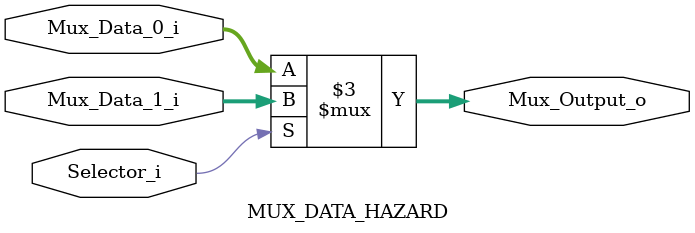
<source format=v>
/******************************************************************
* Description
*	This is a 2 to 1 multiplexer that can be parameterized in its bit-width.
*	1.0
******************************************************************/

module MUX_DATA_HAZARD
#(
	parameter NBits = 32
)
(
	input Selector_i,
	input [NBits-1:0] Mux_Data_0_i,
	input [NBits-1:0] Mux_Data_1_i,
	
	output reg [NBits-1:0] Mux_Output_o

);

	always@(Selector_i ,Mux_Data_1_i ,Mux_Data_0_i) begin
		if(Selector_i)
			Mux_Output_o = Mux_Data_1_i;
		else
			Mux_Output_o = Mux_Data_0_i;
	end

endmodule
</source>
